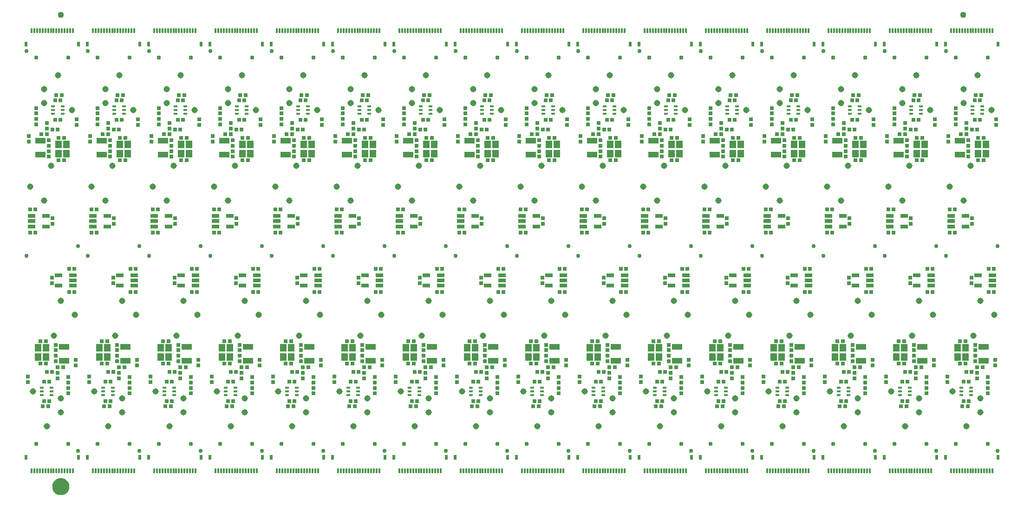
<source format=gbs>
G04 EAGLE Gerber RS-274X export*
G75*
%MOMM*%
%FSLAX34Y34*%
%LPD*%
%INSoldermask Bottom*%
%IPPOS*%
%AMOC8*
5,1,8,0,0,1.08239X$1,22.5*%
G01*
%ADD10C,0.762000*%
%ADD11R,0.427000X0.927000*%
%ADD12R,0.527000X0.927000*%
%ADD13R,0.727000X0.727000*%
%ADD14R,1.227000X1.327000*%
%ADD15R,0.787000X0.427000*%
%ADD16R,1.927000X1.127000*%
%ADD17C,0.777000*%
%ADD18C,1.143000*%
%ADD19R,1.327000X0.677000*%
%ADD20C,1.127000*%
%ADD21C,1.270000*%
%ADD22C,1.627000*%


D10*
X100330Y44450D03*
X6350Y400050D03*
D11*
X15840Y7455D03*
X20840Y7455D03*
D12*
X5840Y32455D03*
X100840Y32455D03*
D11*
X25840Y7455D03*
X30840Y7455D03*
X35840Y7455D03*
X40840Y7455D03*
X45840Y7455D03*
X50840Y7455D03*
X55840Y7455D03*
X60840Y7455D03*
X65840Y7455D03*
X70840Y7455D03*
X75840Y7455D03*
X80840Y7455D03*
X85840Y7455D03*
X90840Y7455D03*
D13*
X72945Y196215D03*
X62945Y196215D03*
D14*
X27825Y214980D03*
X27825Y231980D03*
X41825Y231980D03*
X41825Y214980D03*
D13*
X31830Y243840D03*
X41830Y243840D03*
X41830Y203200D03*
X31830Y203200D03*
X82233Y168673D03*
X82233Y178673D03*
X95885Y199788D03*
X95885Y209788D03*
X38180Y134620D03*
X48180Y134620D03*
X48180Y170180D03*
X38180Y170180D03*
X8573Y179308D03*
X8573Y169308D03*
X62865Y186293D03*
X62865Y176293D03*
X53260Y188278D03*
X43260Y188278D03*
D15*
X52380Y158900D03*
X33980Y152400D03*
X33980Y145900D03*
X33980Y158900D03*
X52380Y152400D03*
X52380Y145900D03*
D16*
X74930Y208480D03*
X74930Y233480D03*
D13*
X59690Y217725D03*
X59690Y207725D03*
X59690Y227410D03*
X59690Y237410D03*
X46275Y125095D03*
X36275Y125095D03*
X82233Y158670D03*
X82233Y148670D03*
D17*
X24440Y56670D03*
X82240Y56670D03*
D13*
X52705Y359965D03*
X52705Y349965D03*
X93900Y375920D03*
X83900Y375920D03*
X83900Y333375D03*
X93900Y333375D03*
D18*
X68580Y139700D03*
X68580Y114300D03*
X55880Y254000D03*
X17780Y152400D03*
X43180Y88900D03*
X93980Y292100D03*
D19*
X91106Y364465D03*
X91106Y354965D03*
X91106Y345465D03*
X65104Y345465D03*
X65104Y364465D03*
D18*
X68580Y317500D03*
D10*
X212090Y44450D03*
X118110Y400050D03*
D11*
X127600Y7455D03*
X132600Y7455D03*
D12*
X117600Y32455D03*
X212600Y32455D03*
D11*
X137600Y7455D03*
X142600Y7455D03*
X147600Y7455D03*
X152600Y7455D03*
X157600Y7455D03*
X162600Y7455D03*
X167600Y7455D03*
X172600Y7455D03*
X177600Y7455D03*
X182600Y7455D03*
X187600Y7455D03*
X192600Y7455D03*
X197600Y7455D03*
X202600Y7455D03*
D13*
X184705Y196215D03*
X174705Y196215D03*
D14*
X139585Y214980D03*
X139585Y231980D03*
X153585Y231980D03*
X153585Y214980D03*
D13*
X143590Y243840D03*
X153590Y243840D03*
X153590Y203200D03*
X143590Y203200D03*
X193993Y168673D03*
X193993Y178673D03*
X207645Y199788D03*
X207645Y209788D03*
X149940Y134620D03*
X159940Y134620D03*
X159940Y170180D03*
X149940Y170180D03*
X120333Y179308D03*
X120333Y169308D03*
X174625Y186293D03*
X174625Y176293D03*
X165020Y188278D03*
X155020Y188278D03*
D15*
X164140Y158900D03*
X145740Y152400D03*
X145740Y145900D03*
X145740Y158900D03*
X164140Y152400D03*
X164140Y145900D03*
D16*
X186690Y208480D03*
X186690Y233480D03*
D13*
X171450Y217725D03*
X171450Y207725D03*
X171450Y227410D03*
X171450Y237410D03*
X158035Y125095D03*
X148035Y125095D03*
X193993Y158670D03*
X193993Y148670D03*
D17*
X136200Y56670D03*
X194000Y56670D03*
D13*
X164465Y359965D03*
X164465Y349965D03*
X205660Y375920D03*
X195660Y375920D03*
X195660Y333375D03*
X205660Y333375D03*
D18*
X180340Y139700D03*
X180340Y114300D03*
X167640Y254000D03*
X129540Y152400D03*
X154940Y88900D03*
X205740Y292100D03*
D19*
X202866Y364465D03*
X202866Y354965D03*
X202866Y345465D03*
X176864Y345465D03*
X176864Y364465D03*
D18*
X180340Y317500D03*
D10*
X323850Y44450D03*
X229870Y400050D03*
D11*
X239360Y7455D03*
X244360Y7455D03*
D12*
X229360Y32455D03*
X324360Y32455D03*
D11*
X249360Y7455D03*
X254360Y7455D03*
X259360Y7455D03*
X264360Y7455D03*
X269360Y7455D03*
X274360Y7455D03*
X279360Y7455D03*
X284360Y7455D03*
X289360Y7455D03*
X294360Y7455D03*
X299360Y7455D03*
X304360Y7455D03*
X309360Y7455D03*
X314360Y7455D03*
D13*
X296465Y196215D03*
X286465Y196215D03*
D14*
X251345Y214980D03*
X251345Y231980D03*
X265345Y231980D03*
X265345Y214980D03*
D13*
X255350Y243840D03*
X265350Y243840D03*
X265350Y203200D03*
X255350Y203200D03*
X305753Y168673D03*
X305753Y178673D03*
X319405Y199788D03*
X319405Y209788D03*
X261700Y134620D03*
X271700Y134620D03*
X271700Y170180D03*
X261700Y170180D03*
X232093Y179308D03*
X232093Y169308D03*
X286385Y186293D03*
X286385Y176293D03*
X276780Y188278D03*
X266780Y188278D03*
D15*
X275900Y158900D03*
X257500Y152400D03*
X257500Y145900D03*
X257500Y158900D03*
X275900Y152400D03*
X275900Y145900D03*
D16*
X298450Y208480D03*
X298450Y233480D03*
D13*
X283210Y217725D03*
X283210Y207725D03*
X283210Y227410D03*
X283210Y237410D03*
X269795Y125095D03*
X259795Y125095D03*
X305753Y158670D03*
X305753Y148670D03*
D17*
X247960Y56670D03*
X305760Y56670D03*
D13*
X276225Y359965D03*
X276225Y349965D03*
X317420Y375920D03*
X307420Y375920D03*
X307420Y333375D03*
X317420Y333375D03*
D18*
X292100Y139700D03*
X292100Y114300D03*
X279400Y254000D03*
X241300Y152400D03*
X266700Y88900D03*
X317500Y292100D03*
D19*
X314626Y364465D03*
X314626Y354965D03*
X314626Y345465D03*
X288624Y345465D03*
X288624Y364465D03*
D18*
X292100Y317500D03*
D10*
X435610Y44450D03*
X341630Y400050D03*
D11*
X351120Y7455D03*
X356120Y7455D03*
D12*
X341120Y32455D03*
X436120Y32455D03*
D11*
X361120Y7455D03*
X366120Y7455D03*
X371120Y7455D03*
X376120Y7455D03*
X381120Y7455D03*
X386120Y7455D03*
X391120Y7455D03*
X396120Y7455D03*
X401120Y7455D03*
X406120Y7455D03*
X411120Y7455D03*
X416120Y7455D03*
X421120Y7455D03*
X426120Y7455D03*
D13*
X408225Y196215D03*
X398225Y196215D03*
D14*
X363105Y214980D03*
X363105Y231980D03*
X377105Y231980D03*
X377105Y214980D03*
D13*
X367110Y243840D03*
X377110Y243840D03*
X377110Y203200D03*
X367110Y203200D03*
X417513Y168673D03*
X417513Y178673D03*
X431165Y199788D03*
X431165Y209788D03*
X373460Y134620D03*
X383460Y134620D03*
X383460Y170180D03*
X373460Y170180D03*
X343853Y179308D03*
X343853Y169308D03*
X398145Y186293D03*
X398145Y176293D03*
X388540Y188278D03*
X378540Y188278D03*
D15*
X387660Y158900D03*
X369260Y152400D03*
X369260Y145900D03*
X369260Y158900D03*
X387660Y152400D03*
X387660Y145900D03*
D16*
X410210Y208480D03*
X410210Y233480D03*
D13*
X394970Y217725D03*
X394970Y207725D03*
X394970Y227410D03*
X394970Y237410D03*
X381555Y125095D03*
X371555Y125095D03*
X417513Y158670D03*
X417513Y148670D03*
D17*
X359720Y56670D03*
X417520Y56670D03*
D13*
X387985Y359965D03*
X387985Y349965D03*
X429180Y375920D03*
X419180Y375920D03*
X419180Y333375D03*
X429180Y333375D03*
D18*
X403860Y139700D03*
X403860Y114300D03*
X391160Y254000D03*
X353060Y152400D03*
X378460Y88900D03*
X429260Y292100D03*
D19*
X426386Y364465D03*
X426386Y354965D03*
X426386Y345465D03*
X400384Y345465D03*
X400384Y364465D03*
D18*
X403860Y317500D03*
D10*
X547370Y44450D03*
X453390Y400050D03*
D11*
X462880Y7455D03*
X467880Y7455D03*
D12*
X452880Y32455D03*
X547880Y32455D03*
D11*
X472880Y7455D03*
X477880Y7455D03*
X482880Y7455D03*
X487880Y7455D03*
X492880Y7455D03*
X497880Y7455D03*
X502880Y7455D03*
X507880Y7455D03*
X512880Y7455D03*
X517880Y7455D03*
X522880Y7455D03*
X527880Y7455D03*
X532880Y7455D03*
X537880Y7455D03*
D13*
X519985Y196215D03*
X509985Y196215D03*
D14*
X474865Y214980D03*
X474865Y231980D03*
X488865Y231980D03*
X488865Y214980D03*
D13*
X478870Y243840D03*
X488870Y243840D03*
X488870Y203200D03*
X478870Y203200D03*
X529273Y168673D03*
X529273Y178673D03*
X542925Y199788D03*
X542925Y209788D03*
X485220Y134620D03*
X495220Y134620D03*
X495220Y170180D03*
X485220Y170180D03*
X455613Y179308D03*
X455613Y169308D03*
X509905Y186293D03*
X509905Y176293D03*
X500300Y188278D03*
X490300Y188278D03*
D15*
X499420Y158900D03*
X481020Y152400D03*
X481020Y145900D03*
X481020Y158900D03*
X499420Y152400D03*
X499420Y145900D03*
D16*
X521970Y208480D03*
X521970Y233480D03*
D13*
X506730Y217725D03*
X506730Y207725D03*
X506730Y227410D03*
X506730Y237410D03*
X493315Y125095D03*
X483315Y125095D03*
X529273Y158670D03*
X529273Y148670D03*
D17*
X471480Y56670D03*
X529280Y56670D03*
D13*
X499745Y359965D03*
X499745Y349965D03*
X540940Y375920D03*
X530940Y375920D03*
X530940Y333375D03*
X540940Y333375D03*
D18*
X515620Y139700D03*
X515620Y114300D03*
X502920Y254000D03*
X464820Y152400D03*
X490220Y88900D03*
X541020Y292100D03*
D19*
X538146Y364465D03*
X538146Y354965D03*
X538146Y345465D03*
X512144Y345465D03*
X512144Y364465D03*
D18*
X515620Y317500D03*
D10*
X659130Y44450D03*
X565150Y400050D03*
D11*
X574640Y7455D03*
X579640Y7455D03*
D12*
X564640Y32455D03*
X659640Y32455D03*
D11*
X584640Y7455D03*
X589640Y7455D03*
X594640Y7455D03*
X599640Y7455D03*
X604640Y7455D03*
X609640Y7455D03*
X614640Y7455D03*
X619640Y7455D03*
X624640Y7455D03*
X629640Y7455D03*
X634640Y7455D03*
X639640Y7455D03*
X644640Y7455D03*
X649640Y7455D03*
D13*
X631745Y196215D03*
X621745Y196215D03*
D14*
X586625Y214980D03*
X586625Y231980D03*
X600625Y231980D03*
X600625Y214980D03*
D13*
X590630Y243840D03*
X600630Y243840D03*
X600630Y203200D03*
X590630Y203200D03*
X641033Y168673D03*
X641033Y178673D03*
X654685Y199788D03*
X654685Y209788D03*
X596980Y134620D03*
X606980Y134620D03*
X606980Y170180D03*
X596980Y170180D03*
X567373Y179308D03*
X567373Y169308D03*
X621665Y186293D03*
X621665Y176293D03*
X612060Y188278D03*
X602060Y188278D03*
D15*
X611180Y158900D03*
X592780Y152400D03*
X592780Y145900D03*
X592780Y158900D03*
X611180Y152400D03*
X611180Y145900D03*
D16*
X633730Y208480D03*
X633730Y233480D03*
D13*
X618490Y217725D03*
X618490Y207725D03*
X618490Y227410D03*
X618490Y237410D03*
X605075Y125095D03*
X595075Y125095D03*
X641033Y158670D03*
X641033Y148670D03*
D17*
X583240Y56670D03*
X641040Y56670D03*
D13*
X611505Y359965D03*
X611505Y349965D03*
X652700Y375920D03*
X642700Y375920D03*
X642700Y333375D03*
X652700Y333375D03*
D18*
X627380Y139700D03*
X627380Y114300D03*
X614680Y254000D03*
X576580Y152400D03*
X601980Y88900D03*
X652780Y292100D03*
D19*
X649906Y364465D03*
X649906Y354965D03*
X649906Y345465D03*
X623904Y345465D03*
X623904Y364465D03*
D18*
X627380Y317500D03*
D10*
X770890Y44450D03*
X676910Y400050D03*
D11*
X686400Y7455D03*
X691400Y7455D03*
D12*
X676400Y32455D03*
X771400Y32455D03*
D11*
X696400Y7455D03*
X701400Y7455D03*
X706400Y7455D03*
X711400Y7455D03*
X716400Y7455D03*
X721400Y7455D03*
X726400Y7455D03*
X731400Y7455D03*
X736400Y7455D03*
X741400Y7455D03*
X746400Y7455D03*
X751400Y7455D03*
X756400Y7455D03*
X761400Y7455D03*
D13*
X743505Y196215D03*
X733505Y196215D03*
D14*
X698385Y214980D03*
X698385Y231980D03*
X712385Y231980D03*
X712385Y214980D03*
D13*
X702390Y243840D03*
X712390Y243840D03*
X712390Y203200D03*
X702390Y203200D03*
X752793Y168673D03*
X752793Y178673D03*
X766445Y199788D03*
X766445Y209788D03*
X708740Y134620D03*
X718740Y134620D03*
X718740Y170180D03*
X708740Y170180D03*
X679133Y179308D03*
X679133Y169308D03*
X733425Y186293D03*
X733425Y176293D03*
X723820Y188278D03*
X713820Y188278D03*
D15*
X722940Y158900D03*
X704540Y152400D03*
X704540Y145900D03*
X704540Y158900D03*
X722940Y152400D03*
X722940Y145900D03*
D16*
X745490Y208480D03*
X745490Y233480D03*
D13*
X730250Y217725D03*
X730250Y207725D03*
X730250Y227410D03*
X730250Y237410D03*
X716835Y125095D03*
X706835Y125095D03*
X752793Y158670D03*
X752793Y148670D03*
D17*
X695000Y56670D03*
X752800Y56670D03*
D13*
X723265Y359965D03*
X723265Y349965D03*
X764460Y375920D03*
X754460Y375920D03*
X754460Y333375D03*
X764460Y333375D03*
D18*
X739140Y139700D03*
X739140Y114300D03*
X726440Y254000D03*
X688340Y152400D03*
X713740Y88900D03*
X764540Y292100D03*
D19*
X761666Y364465D03*
X761666Y354965D03*
X761666Y345465D03*
X735664Y345465D03*
X735664Y364465D03*
D18*
X739140Y317500D03*
D10*
X882650Y44450D03*
X788670Y400050D03*
D11*
X798160Y7455D03*
X803160Y7455D03*
D12*
X788160Y32455D03*
X883160Y32455D03*
D11*
X808160Y7455D03*
X813160Y7455D03*
X818160Y7455D03*
X823160Y7455D03*
X828160Y7455D03*
X833160Y7455D03*
X838160Y7455D03*
X843160Y7455D03*
X848160Y7455D03*
X853160Y7455D03*
X858160Y7455D03*
X863160Y7455D03*
X868160Y7455D03*
X873160Y7455D03*
D13*
X855265Y196215D03*
X845265Y196215D03*
D14*
X810145Y214980D03*
X810145Y231980D03*
X824145Y231980D03*
X824145Y214980D03*
D13*
X814150Y243840D03*
X824150Y243840D03*
X824150Y203200D03*
X814150Y203200D03*
X864553Y168673D03*
X864553Y178673D03*
X878205Y199788D03*
X878205Y209788D03*
X820500Y134620D03*
X830500Y134620D03*
X830500Y170180D03*
X820500Y170180D03*
X790893Y179308D03*
X790893Y169308D03*
X845185Y186293D03*
X845185Y176293D03*
X835580Y188278D03*
X825580Y188278D03*
D15*
X834700Y158900D03*
X816300Y152400D03*
X816300Y145900D03*
X816300Y158900D03*
X834700Y152400D03*
X834700Y145900D03*
D16*
X857250Y208480D03*
X857250Y233480D03*
D13*
X842010Y217725D03*
X842010Y207725D03*
X842010Y227410D03*
X842010Y237410D03*
X828595Y125095D03*
X818595Y125095D03*
X864553Y158670D03*
X864553Y148670D03*
D17*
X806760Y56670D03*
X864560Y56670D03*
D13*
X835025Y359965D03*
X835025Y349965D03*
X876220Y375920D03*
X866220Y375920D03*
X866220Y333375D03*
X876220Y333375D03*
D18*
X850900Y139700D03*
X850900Y114300D03*
X838200Y254000D03*
X800100Y152400D03*
X825500Y88900D03*
X876300Y292100D03*
D19*
X873426Y364465D03*
X873426Y354965D03*
X873426Y345465D03*
X847424Y345465D03*
X847424Y364465D03*
D18*
X850900Y317500D03*
D10*
X994410Y44450D03*
X900430Y400050D03*
D11*
X909920Y7455D03*
X914920Y7455D03*
D12*
X899920Y32455D03*
X994920Y32455D03*
D11*
X919920Y7455D03*
X924920Y7455D03*
X929920Y7455D03*
X934920Y7455D03*
X939920Y7455D03*
X944920Y7455D03*
X949920Y7455D03*
X954920Y7455D03*
X959920Y7455D03*
X964920Y7455D03*
X969920Y7455D03*
X974920Y7455D03*
X979920Y7455D03*
X984920Y7455D03*
D13*
X967025Y196215D03*
X957025Y196215D03*
D14*
X921905Y214980D03*
X921905Y231980D03*
X935905Y231980D03*
X935905Y214980D03*
D13*
X925910Y243840D03*
X935910Y243840D03*
X935910Y203200D03*
X925910Y203200D03*
X976313Y168673D03*
X976313Y178673D03*
X989965Y199788D03*
X989965Y209788D03*
X932260Y134620D03*
X942260Y134620D03*
X942260Y170180D03*
X932260Y170180D03*
X902653Y179308D03*
X902653Y169308D03*
X956945Y186293D03*
X956945Y176293D03*
X947340Y188278D03*
X937340Y188278D03*
D15*
X946460Y158900D03*
X928060Y152400D03*
X928060Y145900D03*
X928060Y158900D03*
X946460Y152400D03*
X946460Y145900D03*
D16*
X969010Y208480D03*
X969010Y233480D03*
D13*
X953770Y217725D03*
X953770Y207725D03*
X953770Y227410D03*
X953770Y237410D03*
X940355Y125095D03*
X930355Y125095D03*
X976313Y158670D03*
X976313Y148670D03*
D17*
X918520Y56670D03*
X976320Y56670D03*
D13*
X946785Y359965D03*
X946785Y349965D03*
X987980Y375920D03*
X977980Y375920D03*
X977980Y333375D03*
X987980Y333375D03*
D18*
X962660Y139700D03*
X962660Y114300D03*
X949960Y254000D03*
X911860Y152400D03*
X937260Y88900D03*
X988060Y292100D03*
D19*
X985186Y364465D03*
X985186Y354965D03*
X985186Y345465D03*
X959184Y345465D03*
X959184Y364465D03*
D18*
X962660Y317500D03*
D10*
X1106170Y44450D03*
X1012190Y400050D03*
D11*
X1021680Y7455D03*
X1026680Y7455D03*
D12*
X1011680Y32455D03*
X1106680Y32455D03*
D11*
X1031680Y7455D03*
X1036680Y7455D03*
X1041680Y7455D03*
X1046680Y7455D03*
X1051680Y7455D03*
X1056680Y7455D03*
X1061680Y7455D03*
X1066680Y7455D03*
X1071680Y7455D03*
X1076680Y7455D03*
X1081680Y7455D03*
X1086680Y7455D03*
X1091680Y7455D03*
X1096680Y7455D03*
D13*
X1078785Y196215D03*
X1068785Y196215D03*
D14*
X1033665Y214980D03*
X1033665Y231980D03*
X1047665Y231980D03*
X1047665Y214980D03*
D13*
X1037670Y243840D03*
X1047670Y243840D03*
X1047670Y203200D03*
X1037670Y203200D03*
X1088073Y168673D03*
X1088073Y178673D03*
X1101725Y199788D03*
X1101725Y209788D03*
X1044020Y134620D03*
X1054020Y134620D03*
X1054020Y170180D03*
X1044020Y170180D03*
X1014413Y179308D03*
X1014413Y169308D03*
X1068705Y186293D03*
X1068705Y176293D03*
X1059100Y188278D03*
X1049100Y188278D03*
D15*
X1058220Y158900D03*
X1039820Y152400D03*
X1039820Y145900D03*
X1039820Y158900D03*
X1058220Y152400D03*
X1058220Y145900D03*
D16*
X1080770Y208480D03*
X1080770Y233480D03*
D13*
X1065530Y217725D03*
X1065530Y207725D03*
X1065530Y227410D03*
X1065530Y237410D03*
X1052115Y125095D03*
X1042115Y125095D03*
X1088073Y158670D03*
X1088073Y148670D03*
D17*
X1030280Y56670D03*
X1088080Y56670D03*
D13*
X1058545Y359965D03*
X1058545Y349965D03*
X1099740Y375920D03*
X1089740Y375920D03*
X1089740Y333375D03*
X1099740Y333375D03*
D18*
X1074420Y139700D03*
X1074420Y114300D03*
X1061720Y254000D03*
X1023620Y152400D03*
X1049020Y88900D03*
X1099820Y292100D03*
D19*
X1096946Y364465D03*
X1096946Y354965D03*
X1096946Y345465D03*
X1070944Y345465D03*
X1070944Y364465D03*
D18*
X1074420Y317500D03*
D10*
X1217930Y44450D03*
X1123950Y400050D03*
D11*
X1133440Y7455D03*
X1138440Y7455D03*
D12*
X1123440Y32455D03*
X1218440Y32455D03*
D11*
X1143440Y7455D03*
X1148440Y7455D03*
X1153440Y7455D03*
X1158440Y7455D03*
X1163440Y7455D03*
X1168440Y7455D03*
X1173440Y7455D03*
X1178440Y7455D03*
X1183440Y7455D03*
X1188440Y7455D03*
X1193440Y7455D03*
X1198440Y7455D03*
X1203440Y7455D03*
X1208440Y7455D03*
D13*
X1190545Y196215D03*
X1180545Y196215D03*
D14*
X1145425Y214980D03*
X1145425Y231980D03*
X1159425Y231980D03*
X1159425Y214980D03*
D13*
X1149430Y243840D03*
X1159430Y243840D03*
X1159430Y203200D03*
X1149430Y203200D03*
X1199833Y168673D03*
X1199833Y178673D03*
X1213485Y199788D03*
X1213485Y209788D03*
X1155780Y134620D03*
X1165780Y134620D03*
X1165780Y170180D03*
X1155780Y170180D03*
X1126173Y179308D03*
X1126173Y169308D03*
X1180465Y186293D03*
X1180465Y176293D03*
X1170860Y188278D03*
X1160860Y188278D03*
D15*
X1169980Y158900D03*
X1151580Y152400D03*
X1151580Y145900D03*
X1151580Y158900D03*
X1169980Y152400D03*
X1169980Y145900D03*
D16*
X1192530Y208480D03*
X1192530Y233480D03*
D13*
X1177290Y217725D03*
X1177290Y207725D03*
X1177290Y227410D03*
X1177290Y237410D03*
X1163875Y125095D03*
X1153875Y125095D03*
X1199833Y158670D03*
X1199833Y148670D03*
D17*
X1142040Y56670D03*
X1199840Y56670D03*
D13*
X1170305Y359965D03*
X1170305Y349965D03*
X1211500Y375920D03*
X1201500Y375920D03*
X1201500Y333375D03*
X1211500Y333375D03*
D18*
X1186180Y139700D03*
X1186180Y114300D03*
X1173480Y254000D03*
X1135380Y152400D03*
X1160780Y88900D03*
X1211580Y292100D03*
D19*
X1208706Y364465D03*
X1208706Y354965D03*
X1208706Y345465D03*
X1182704Y345465D03*
X1182704Y364465D03*
D18*
X1186180Y317500D03*
D10*
X1329690Y44450D03*
X1235710Y400050D03*
D11*
X1245200Y7455D03*
X1250200Y7455D03*
D12*
X1235200Y32455D03*
X1330200Y32455D03*
D11*
X1255200Y7455D03*
X1260200Y7455D03*
X1265200Y7455D03*
X1270200Y7455D03*
X1275200Y7455D03*
X1280200Y7455D03*
X1285200Y7455D03*
X1290200Y7455D03*
X1295200Y7455D03*
X1300200Y7455D03*
X1305200Y7455D03*
X1310200Y7455D03*
X1315200Y7455D03*
X1320200Y7455D03*
D13*
X1302305Y196215D03*
X1292305Y196215D03*
D14*
X1257185Y214980D03*
X1257185Y231980D03*
X1271185Y231980D03*
X1271185Y214980D03*
D13*
X1261190Y243840D03*
X1271190Y243840D03*
X1271190Y203200D03*
X1261190Y203200D03*
X1311593Y168673D03*
X1311593Y178673D03*
X1325245Y199788D03*
X1325245Y209788D03*
X1267540Y134620D03*
X1277540Y134620D03*
X1277540Y170180D03*
X1267540Y170180D03*
X1237933Y179308D03*
X1237933Y169308D03*
X1292225Y186293D03*
X1292225Y176293D03*
X1282620Y188278D03*
X1272620Y188278D03*
D15*
X1281740Y158900D03*
X1263340Y152400D03*
X1263340Y145900D03*
X1263340Y158900D03*
X1281740Y152400D03*
X1281740Y145900D03*
D16*
X1304290Y208480D03*
X1304290Y233480D03*
D13*
X1289050Y217725D03*
X1289050Y207725D03*
X1289050Y227410D03*
X1289050Y237410D03*
X1275635Y125095D03*
X1265635Y125095D03*
X1311593Y158670D03*
X1311593Y148670D03*
D17*
X1253800Y56670D03*
X1311600Y56670D03*
D13*
X1282065Y359965D03*
X1282065Y349965D03*
X1323260Y375920D03*
X1313260Y375920D03*
X1313260Y333375D03*
X1323260Y333375D03*
D18*
X1297940Y139700D03*
X1297940Y114300D03*
X1285240Y254000D03*
X1247140Y152400D03*
X1272540Y88900D03*
X1323340Y292100D03*
D19*
X1320466Y364465D03*
X1320466Y354965D03*
X1320466Y345465D03*
X1294464Y345465D03*
X1294464Y364465D03*
D18*
X1297940Y317500D03*
D10*
X1441450Y44450D03*
X1347470Y400050D03*
D11*
X1356960Y7455D03*
X1361960Y7455D03*
D12*
X1346960Y32455D03*
X1441960Y32455D03*
D11*
X1366960Y7455D03*
X1371960Y7455D03*
X1376960Y7455D03*
X1381960Y7455D03*
X1386960Y7455D03*
X1391960Y7455D03*
X1396960Y7455D03*
X1401960Y7455D03*
X1406960Y7455D03*
X1411960Y7455D03*
X1416960Y7455D03*
X1421960Y7455D03*
X1426960Y7455D03*
X1431960Y7455D03*
D13*
X1414065Y196215D03*
X1404065Y196215D03*
D14*
X1368945Y214980D03*
X1368945Y231980D03*
X1382945Y231980D03*
X1382945Y214980D03*
D13*
X1372950Y243840D03*
X1382950Y243840D03*
X1382950Y203200D03*
X1372950Y203200D03*
X1423353Y168673D03*
X1423353Y178673D03*
X1437005Y199788D03*
X1437005Y209788D03*
X1379300Y134620D03*
X1389300Y134620D03*
X1389300Y170180D03*
X1379300Y170180D03*
X1349693Y179308D03*
X1349693Y169308D03*
X1403985Y186293D03*
X1403985Y176293D03*
X1394380Y188278D03*
X1384380Y188278D03*
D15*
X1393500Y158900D03*
X1375100Y152400D03*
X1375100Y145900D03*
X1375100Y158900D03*
X1393500Y152400D03*
X1393500Y145900D03*
D16*
X1416050Y208480D03*
X1416050Y233480D03*
D13*
X1400810Y217725D03*
X1400810Y207725D03*
X1400810Y227410D03*
X1400810Y237410D03*
X1387395Y125095D03*
X1377395Y125095D03*
X1423353Y158670D03*
X1423353Y148670D03*
D17*
X1365560Y56670D03*
X1423360Y56670D03*
D13*
X1393825Y359965D03*
X1393825Y349965D03*
X1435020Y375920D03*
X1425020Y375920D03*
X1425020Y333375D03*
X1435020Y333375D03*
D18*
X1409700Y139700D03*
X1409700Y114300D03*
X1397000Y254000D03*
X1358900Y152400D03*
X1384300Y88900D03*
X1435100Y292100D03*
D19*
X1432226Y364465D03*
X1432226Y354965D03*
X1432226Y345465D03*
X1406224Y345465D03*
X1406224Y364465D03*
D18*
X1409700Y317500D03*
D10*
X1553210Y44450D03*
X1459230Y400050D03*
D11*
X1468720Y7455D03*
X1473720Y7455D03*
D12*
X1458720Y32455D03*
X1553720Y32455D03*
D11*
X1478720Y7455D03*
X1483720Y7455D03*
X1488720Y7455D03*
X1493720Y7455D03*
X1498720Y7455D03*
X1503720Y7455D03*
X1508720Y7455D03*
X1513720Y7455D03*
X1518720Y7455D03*
X1523720Y7455D03*
X1528720Y7455D03*
X1533720Y7455D03*
X1538720Y7455D03*
X1543720Y7455D03*
D13*
X1525825Y196215D03*
X1515825Y196215D03*
D14*
X1480705Y214980D03*
X1480705Y231980D03*
X1494705Y231980D03*
X1494705Y214980D03*
D13*
X1484710Y243840D03*
X1494710Y243840D03*
X1494710Y203200D03*
X1484710Y203200D03*
X1535113Y168673D03*
X1535113Y178673D03*
X1548765Y199788D03*
X1548765Y209788D03*
X1491060Y134620D03*
X1501060Y134620D03*
X1501060Y170180D03*
X1491060Y170180D03*
X1461453Y179308D03*
X1461453Y169308D03*
X1515745Y186293D03*
X1515745Y176293D03*
X1506140Y188278D03*
X1496140Y188278D03*
D15*
X1505260Y158900D03*
X1486860Y152400D03*
X1486860Y145900D03*
X1486860Y158900D03*
X1505260Y152400D03*
X1505260Y145900D03*
D16*
X1527810Y208480D03*
X1527810Y233480D03*
D13*
X1512570Y217725D03*
X1512570Y207725D03*
X1512570Y227410D03*
X1512570Y237410D03*
X1499155Y125095D03*
X1489155Y125095D03*
X1535113Y158670D03*
X1535113Y148670D03*
D17*
X1477320Y56670D03*
X1535120Y56670D03*
D13*
X1505585Y359965D03*
X1505585Y349965D03*
X1546780Y375920D03*
X1536780Y375920D03*
X1536780Y333375D03*
X1546780Y333375D03*
D18*
X1521460Y139700D03*
X1521460Y114300D03*
X1508760Y254000D03*
X1470660Y152400D03*
X1496060Y88900D03*
X1546860Y292100D03*
D19*
X1543986Y364465D03*
X1543986Y354965D03*
X1543986Y345465D03*
X1517984Y345465D03*
X1517984Y364465D03*
D18*
X1521460Y317500D03*
D10*
X1664970Y44450D03*
X1570990Y400050D03*
D11*
X1580480Y7455D03*
X1585480Y7455D03*
D12*
X1570480Y32455D03*
X1665480Y32455D03*
D11*
X1590480Y7455D03*
X1595480Y7455D03*
X1600480Y7455D03*
X1605480Y7455D03*
X1610480Y7455D03*
X1615480Y7455D03*
X1620480Y7455D03*
X1625480Y7455D03*
X1630480Y7455D03*
X1635480Y7455D03*
X1640480Y7455D03*
X1645480Y7455D03*
X1650480Y7455D03*
X1655480Y7455D03*
D13*
X1637585Y196215D03*
X1627585Y196215D03*
D14*
X1592465Y214980D03*
X1592465Y231980D03*
X1606465Y231980D03*
X1606465Y214980D03*
D13*
X1596470Y243840D03*
X1606470Y243840D03*
X1606470Y203200D03*
X1596470Y203200D03*
X1646873Y168673D03*
X1646873Y178673D03*
X1660525Y199788D03*
X1660525Y209788D03*
X1602820Y134620D03*
X1612820Y134620D03*
X1612820Y170180D03*
X1602820Y170180D03*
X1573213Y179308D03*
X1573213Y169308D03*
X1627505Y186293D03*
X1627505Y176293D03*
X1617900Y188278D03*
X1607900Y188278D03*
D15*
X1617020Y158900D03*
X1598620Y152400D03*
X1598620Y145900D03*
X1598620Y158900D03*
X1617020Y152400D03*
X1617020Y145900D03*
D16*
X1639570Y208480D03*
X1639570Y233480D03*
D13*
X1624330Y217725D03*
X1624330Y207725D03*
X1624330Y227410D03*
X1624330Y237410D03*
X1610915Y125095D03*
X1600915Y125095D03*
X1646873Y158670D03*
X1646873Y148670D03*
D17*
X1589080Y56670D03*
X1646880Y56670D03*
D13*
X1617345Y359965D03*
X1617345Y349965D03*
X1658540Y375920D03*
X1648540Y375920D03*
X1648540Y333375D03*
X1658540Y333375D03*
D18*
X1633220Y139700D03*
X1633220Y114300D03*
X1620520Y254000D03*
X1582420Y152400D03*
X1607820Y88900D03*
X1658620Y292100D03*
D19*
X1655746Y364465D03*
X1655746Y354965D03*
X1655746Y345465D03*
X1629744Y345465D03*
X1629744Y364465D03*
D18*
X1633220Y317500D03*
D10*
X1776730Y44450D03*
X1682750Y400050D03*
D11*
X1692240Y7455D03*
X1697240Y7455D03*
D12*
X1682240Y32455D03*
X1777240Y32455D03*
D11*
X1702240Y7455D03*
X1707240Y7455D03*
X1712240Y7455D03*
X1717240Y7455D03*
X1722240Y7455D03*
X1727240Y7455D03*
X1732240Y7455D03*
X1737240Y7455D03*
X1742240Y7455D03*
X1747240Y7455D03*
X1752240Y7455D03*
X1757240Y7455D03*
X1762240Y7455D03*
X1767240Y7455D03*
D13*
X1749345Y196215D03*
X1739345Y196215D03*
D14*
X1704225Y214980D03*
X1704225Y231980D03*
X1718225Y231980D03*
X1718225Y214980D03*
D13*
X1708230Y243840D03*
X1718230Y243840D03*
X1718230Y203200D03*
X1708230Y203200D03*
X1758633Y168673D03*
X1758633Y178673D03*
X1772285Y199788D03*
X1772285Y209788D03*
X1714580Y134620D03*
X1724580Y134620D03*
X1724580Y170180D03*
X1714580Y170180D03*
X1684973Y179308D03*
X1684973Y169308D03*
X1739265Y186293D03*
X1739265Y176293D03*
X1729660Y188278D03*
X1719660Y188278D03*
D15*
X1728780Y158900D03*
X1710380Y152400D03*
X1710380Y145900D03*
X1710380Y158900D03*
X1728780Y152400D03*
X1728780Y145900D03*
D16*
X1751330Y208480D03*
X1751330Y233480D03*
D13*
X1736090Y217725D03*
X1736090Y207725D03*
X1736090Y227410D03*
X1736090Y237410D03*
X1722675Y125095D03*
X1712675Y125095D03*
X1758633Y158670D03*
X1758633Y148670D03*
D17*
X1700840Y56670D03*
X1758640Y56670D03*
D13*
X1729105Y359965D03*
X1729105Y349965D03*
X1770300Y375920D03*
X1760300Y375920D03*
X1760300Y333375D03*
X1770300Y333375D03*
D18*
X1744980Y139700D03*
X1744980Y114300D03*
X1732280Y254000D03*
X1694180Y152400D03*
X1719580Y88900D03*
X1770380Y292100D03*
D19*
X1767506Y364465D03*
X1767506Y354965D03*
X1767506Y345465D03*
X1741504Y345465D03*
X1741504Y364465D03*
D18*
X1744980Y317500D03*
D10*
X6350Y773430D03*
X100330Y417830D03*
D11*
X90840Y810425D03*
X85840Y810425D03*
D12*
X100840Y785425D03*
X5840Y785425D03*
D11*
X80840Y810425D03*
X75840Y810425D03*
X70840Y810425D03*
X65840Y810425D03*
X60840Y810425D03*
X55840Y810425D03*
X50840Y810425D03*
X45840Y810425D03*
X40840Y810425D03*
X35840Y810425D03*
X30840Y810425D03*
X25840Y810425D03*
X20840Y810425D03*
X15840Y810425D03*
D13*
X33735Y621665D03*
X43735Y621665D03*
D14*
X78855Y602900D03*
X78855Y585900D03*
X64855Y585900D03*
X64855Y602900D03*
D13*
X74850Y574040D03*
X64850Y574040D03*
X64850Y614680D03*
X74850Y614680D03*
X24448Y649208D03*
X24448Y639208D03*
X10795Y618093D03*
X10795Y608093D03*
X68500Y683260D03*
X58500Y683260D03*
X58500Y647700D03*
X68500Y647700D03*
X98108Y638573D03*
X98108Y648573D03*
X43815Y631588D03*
X43815Y641588D03*
X53420Y629603D03*
X63420Y629603D03*
D15*
X54300Y658980D03*
X72700Y665480D03*
X72700Y671980D03*
X72700Y658980D03*
X54300Y665480D03*
X54300Y671980D03*
D16*
X31750Y609400D03*
X31750Y584400D03*
D13*
X46990Y600155D03*
X46990Y610155D03*
X46990Y590470D03*
X46990Y580470D03*
X60405Y692785D03*
X70405Y692785D03*
X24448Y659210D03*
X24448Y669210D03*
D17*
X82240Y761210D03*
X24440Y761210D03*
D13*
X53975Y457915D03*
X53975Y467915D03*
X12780Y441960D03*
X22780Y441960D03*
X22780Y484505D03*
X12780Y484505D03*
D18*
X38100Y678180D03*
X38100Y703580D03*
X50800Y563880D03*
X88900Y665480D03*
X63500Y728980D03*
X12700Y525780D03*
D19*
X15574Y453415D03*
X15574Y462915D03*
X15574Y472415D03*
X41576Y472415D03*
X41576Y453415D03*
D18*
X38100Y500380D03*
D10*
X118110Y773430D03*
X212090Y417830D03*
D11*
X202600Y810425D03*
X197600Y810425D03*
D12*
X212600Y785425D03*
X117600Y785425D03*
D11*
X192600Y810425D03*
X187600Y810425D03*
X182600Y810425D03*
X177600Y810425D03*
X172600Y810425D03*
X167600Y810425D03*
X162600Y810425D03*
X157600Y810425D03*
X152600Y810425D03*
X147600Y810425D03*
X142600Y810425D03*
X137600Y810425D03*
X132600Y810425D03*
X127600Y810425D03*
D13*
X145495Y621665D03*
X155495Y621665D03*
D14*
X190615Y602900D03*
X190615Y585900D03*
X176615Y585900D03*
X176615Y602900D03*
D13*
X186610Y574040D03*
X176610Y574040D03*
X176610Y614680D03*
X186610Y614680D03*
X136208Y649208D03*
X136208Y639208D03*
X122555Y618093D03*
X122555Y608093D03*
X180260Y683260D03*
X170260Y683260D03*
X170260Y647700D03*
X180260Y647700D03*
X209868Y638573D03*
X209868Y648573D03*
X155575Y631588D03*
X155575Y641588D03*
X165180Y629603D03*
X175180Y629603D03*
D15*
X166060Y658980D03*
X184460Y665480D03*
X184460Y671980D03*
X184460Y658980D03*
X166060Y665480D03*
X166060Y671980D03*
D16*
X143510Y609400D03*
X143510Y584400D03*
D13*
X158750Y600155D03*
X158750Y610155D03*
X158750Y590470D03*
X158750Y580470D03*
X172165Y692785D03*
X182165Y692785D03*
X136208Y659210D03*
X136208Y669210D03*
D17*
X194000Y761210D03*
X136200Y761210D03*
D13*
X165735Y457915D03*
X165735Y467915D03*
X124540Y441960D03*
X134540Y441960D03*
X134540Y484505D03*
X124540Y484505D03*
D18*
X149860Y678180D03*
X149860Y703580D03*
X162560Y563880D03*
X200660Y665480D03*
X175260Y728980D03*
X124460Y525780D03*
D19*
X127334Y453415D03*
X127334Y462915D03*
X127334Y472415D03*
X153336Y472415D03*
X153336Y453415D03*
D18*
X149860Y500380D03*
D10*
X229870Y773430D03*
X323850Y417830D03*
D11*
X314360Y810425D03*
X309360Y810425D03*
D12*
X324360Y785425D03*
X229360Y785425D03*
D11*
X304360Y810425D03*
X299360Y810425D03*
X294360Y810425D03*
X289360Y810425D03*
X284360Y810425D03*
X279360Y810425D03*
X274360Y810425D03*
X269360Y810425D03*
X264360Y810425D03*
X259360Y810425D03*
X254360Y810425D03*
X249360Y810425D03*
X244360Y810425D03*
X239360Y810425D03*
D13*
X257255Y621665D03*
X267255Y621665D03*
D14*
X302375Y602900D03*
X302375Y585900D03*
X288375Y585900D03*
X288375Y602900D03*
D13*
X298370Y574040D03*
X288370Y574040D03*
X288370Y614680D03*
X298370Y614680D03*
X247968Y649208D03*
X247968Y639208D03*
X234315Y618093D03*
X234315Y608093D03*
X292020Y683260D03*
X282020Y683260D03*
X282020Y647700D03*
X292020Y647700D03*
X321628Y638573D03*
X321628Y648573D03*
X267335Y631588D03*
X267335Y641588D03*
X276940Y629603D03*
X286940Y629603D03*
D15*
X277820Y658980D03*
X296220Y665480D03*
X296220Y671980D03*
X296220Y658980D03*
X277820Y665480D03*
X277820Y671980D03*
D16*
X255270Y609400D03*
X255270Y584400D03*
D13*
X270510Y600155D03*
X270510Y610155D03*
X270510Y590470D03*
X270510Y580470D03*
X283925Y692785D03*
X293925Y692785D03*
X247968Y659210D03*
X247968Y669210D03*
D17*
X305760Y761210D03*
X247960Y761210D03*
D13*
X277495Y457915D03*
X277495Y467915D03*
X236300Y441960D03*
X246300Y441960D03*
X246300Y484505D03*
X236300Y484505D03*
D18*
X261620Y678180D03*
X261620Y703580D03*
X274320Y563880D03*
X312420Y665480D03*
X287020Y728980D03*
X236220Y525780D03*
D19*
X239094Y453415D03*
X239094Y462915D03*
X239094Y472415D03*
X265096Y472415D03*
X265096Y453415D03*
D18*
X261620Y500380D03*
D10*
X341630Y773430D03*
X435610Y417830D03*
D11*
X426120Y810425D03*
X421120Y810425D03*
D12*
X436120Y785425D03*
X341120Y785425D03*
D11*
X416120Y810425D03*
X411120Y810425D03*
X406120Y810425D03*
X401120Y810425D03*
X396120Y810425D03*
X391120Y810425D03*
X386120Y810425D03*
X381120Y810425D03*
X376120Y810425D03*
X371120Y810425D03*
X366120Y810425D03*
X361120Y810425D03*
X356120Y810425D03*
X351120Y810425D03*
D13*
X369015Y621665D03*
X379015Y621665D03*
D14*
X414135Y602900D03*
X414135Y585900D03*
X400135Y585900D03*
X400135Y602900D03*
D13*
X410130Y574040D03*
X400130Y574040D03*
X400130Y614680D03*
X410130Y614680D03*
X359728Y649208D03*
X359728Y639208D03*
X346075Y618093D03*
X346075Y608093D03*
X403780Y683260D03*
X393780Y683260D03*
X393780Y647700D03*
X403780Y647700D03*
X433388Y638573D03*
X433388Y648573D03*
X379095Y631588D03*
X379095Y641588D03*
X388700Y629603D03*
X398700Y629603D03*
D15*
X389580Y658980D03*
X407980Y665480D03*
X407980Y671980D03*
X407980Y658980D03*
X389580Y665480D03*
X389580Y671980D03*
D16*
X367030Y609400D03*
X367030Y584400D03*
D13*
X382270Y600155D03*
X382270Y610155D03*
X382270Y590470D03*
X382270Y580470D03*
X395685Y692785D03*
X405685Y692785D03*
X359728Y659210D03*
X359728Y669210D03*
D17*
X417520Y761210D03*
X359720Y761210D03*
D13*
X389255Y457915D03*
X389255Y467915D03*
X348060Y441960D03*
X358060Y441960D03*
X358060Y484505D03*
X348060Y484505D03*
D18*
X373380Y678180D03*
X373380Y703580D03*
X386080Y563880D03*
X424180Y665480D03*
X398780Y728980D03*
X347980Y525780D03*
D19*
X350854Y453415D03*
X350854Y462915D03*
X350854Y472415D03*
X376856Y472415D03*
X376856Y453415D03*
D18*
X373380Y500380D03*
D10*
X453390Y773430D03*
X547370Y417830D03*
D11*
X537880Y810425D03*
X532880Y810425D03*
D12*
X547880Y785425D03*
X452880Y785425D03*
D11*
X527880Y810425D03*
X522880Y810425D03*
X517880Y810425D03*
X512880Y810425D03*
X507880Y810425D03*
X502880Y810425D03*
X497880Y810425D03*
X492880Y810425D03*
X487880Y810425D03*
X482880Y810425D03*
X477880Y810425D03*
X472880Y810425D03*
X467880Y810425D03*
X462880Y810425D03*
D13*
X480775Y621665D03*
X490775Y621665D03*
D14*
X525895Y602900D03*
X525895Y585900D03*
X511895Y585900D03*
X511895Y602900D03*
D13*
X521890Y574040D03*
X511890Y574040D03*
X511890Y614680D03*
X521890Y614680D03*
X471488Y649208D03*
X471488Y639208D03*
X457835Y618093D03*
X457835Y608093D03*
X515540Y683260D03*
X505540Y683260D03*
X505540Y647700D03*
X515540Y647700D03*
X545148Y638573D03*
X545148Y648573D03*
X490855Y631588D03*
X490855Y641588D03*
X500460Y629603D03*
X510460Y629603D03*
D15*
X501340Y658980D03*
X519740Y665480D03*
X519740Y671980D03*
X519740Y658980D03*
X501340Y665480D03*
X501340Y671980D03*
D16*
X478790Y609400D03*
X478790Y584400D03*
D13*
X494030Y600155D03*
X494030Y610155D03*
X494030Y590470D03*
X494030Y580470D03*
X507445Y692785D03*
X517445Y692785D03*
X471488Y659210D03*
X471488Y669210D03*
D17*
X529280Y761210D03*
X471480Y761210D03*
D13*
X501015Y457915D03*
X501015Y467915D03*
X459820Y441960D03*
X469820Y441960D03*
X469820Y484505D03*
X459820Y484505D03*
D18*
X485140Y678180D03*
X485140Y703580D03*
X497840Y563880D03*
X535940Y665480D03*
X510540Y728980D03*
X459740Y525780D03*
D19*
X462614Y453415D03*
X462614Y462915D03*
X462614Y472415D03*
X488616Y472415D03*
X488616Y453415D03*
D18*
X485140Y500380D03*
D10*
X565150Y773430D03*
X659130Y417830D03*
D11*
X649640Y810425D03*
X644640Y810425D03*
D12*
X659640Y785425D03*
X564640Y785425D03*
D11*
X639640Y810425D03*
X634640Y810425D03*
X629640Y810425D03*
X624640Y810425D03*
X619640Y810425D03*
X614640Y810425D03*
X609640Y810425D03*
X604640Y810425D03*
X599640Y810425D03*
X594640Y810425D03*
X589640Y810425D03*
X584640Y810425D03*
X579640Y810425D03*
X574640Y810425D03*
D13*
X592535Y621665D03*
X602535Y621665D03*
D14*
X637655Y602900D03*
X637655Y585900D03*
X623655Y585900D03*
X623655Y602900D03*
D13*
X633650Y574040D03*
X623650Y574040D03*
X623650Y614680D03*
X633650Y614680D03*
X583248Y649208D03*
X583248Y639208D03*
X569595Y618093D03*
X569595Y608093D03*
X627300Y683260D03*
X617300Y683260D03*
X617300Y647700D03*
X627300Y647700D03*
X656908Y638573D03*
X656908Y648573D03*
X602615Y631588D03*
X602615Y641588D03*
X612220Y629603D03*
X622220Y629603D03*
D15*
X613100Y658980D03*
X631500Y665480D03*
X631500Y671980D03*
X631500Y658980D03*
X613100Y665480D03*
X613100Y671980D03*
D16*
X590550Y609400D03*
X590550Y584400D03*
D13*
X605790Y600155D03*
X605790Y610155D03*
X605790Y590470D03*
X605790Y580470D03*
X619205Y692785D03*
X629205Y692785D03*
X583248Y659210D03*
X583248Y669210D03*
D17*
X641040Y761210D03*
X583240Y761210D03*
D13*
X612775Y457915D03*
X612775Y467915D03*
X571580Y441960D03*
X581580Y441960D03*
X581580Y484505D03*
X571580Y484505D03*
D18*
X596900Y678180D03*
X596900Y703580D03*
X609600Y563880D03*
X647700Y665480D03*
X622300Y728980D03*
X571500Y525780D03*
D19*
X574374Y453415D03*
X574374Y462915D03*
X574374Y472415D03*
X600376Y472415D03*
X600376Y453415D03*
D18*
X596900Y500380D03*
D10*
X676910Y773430D03*
X770890Y417830D03*
D11*
X761400Y810425D03*
X756400Y810425D03*
D12*
X771400Y785425D03*
X676400Y785425D03*
D11*
X751400Y810425D03*
X746400Y810425D03*
X741400Y810425D03*
X736400Y810425D03*
X731400Y810425D03*
X726400Y810425D03*
X721400Y810425D03*
X716400Y810425D03*
X711400Y810425D03*
X706400Y810425D03*
X701400Y810425D03*
X696400Y810425D03*
X691400Y810425D03*
X686400Y810425D03*
D13*
X704295Y621665D03*
X714295Y621665D03*
D14*
X749415Y602900D03*
X749415Y585900D03*
X735415Y585900D03*
X735415Y602900D03*
D13*
X745410Y574040D03*
X735410Y574040D03*
X735410Y614680D03*
X745410Y614680D03*
X695008Y649208D03*
X695008Y639208D03*
X681355Y618093D03*
X681355Y608093D03*
X739060Y683260D03*
X729060Y683260D03*
X729060Y647700D03*
X739060Y647700D03*
X768668Y638573D03*
X768668Y648573D03*
X714375Y631588D03*
X714375Y641588D03*
X723980Y629603D03*
X733980Y629603D03*
D15*
X724860Y658980D03*
X743260Y665480D03*
X743260Y671980D03*
X743260Y658980D03*
X724860Y665480D03*
X724860Y671980D03*
D16*
X702310Y609400D03*
X702310Y584400D03*
D13*
X717550Y600155D03*
X717550Y610155D03*
X717550Y590470D03*
X717550Y580470D03*
X730965Y692785D03*
X740965Y692785D03*
X695008Y659210D03*
X695008Y669210D03*
D17*
X752800Y761210D03*
X695000Y761210D03*
D13*
X724535Y457915D03*
X724535Y467915D03*
X683340Y441960D03*
X693340Y441960D03*
X693340Y484505D03*
X683340Y484505D03*
D18*
X708660Y678180D03*
X708660Y703580D03*
X721360Y563880D03*
X759460Y665480D03*
X734060Y728980D03*
X683260Y525780D03*
D19*
X686134Y453415D03*
X686134Y462915D03*
X686134Y472415D03*
X712136Y472415D03*
X712136Y453415D03*
D18*
X708660Y500380D03*
D10*
X788670Y773430D03*
X882650Y417830D03*
D11*
X873160Y810425D03*
X868160Y810425D03*
D12*
X883160Y785425D03*
X788160Y785425D03*
D11*
X863160Y810425D03*
X858160Y810425D03*
X853160Y810425D03*
X848160Y810425D03*
X843160Y810425D03*
X838160Y810425D03*
X833160Y810425D03*
X828160Y810425D03*
X823160Y810425D03*
X818160Y810425D03*
X813160Y810425D03*
X808160Y810425D03*
X803160Y810425D03*
X798160Y810425D03*
D13*
X816055Y621665D03*
X826055Y621665D03*
D14*
X861175Y602900D03*
X861175Y585900D03*
X847175Y585900D03*
X847175Y602900D03*
D13*
X857170Y574040D03*
X847170Y574040D03*
X847170Y614680D03*
X857170Y614680D03*
X806768Y649208D03*
X806768Y639208D03*
X793115Y618093D03*
X793115Y608093D03*
X850820Y683260D03*
X840820Y683260D03*
X840820Y647700D03*
X850820Y647700D03*
X880428Y638573D03*
X880428Y648573D03*
X826135Y631588D03*
X826135Y641588D03*
X835740Y629603D03*
X845740Y629603D03*
D15*
X836620Y658980D03*
X855020Y665480D03*
X855020Y671980D03*
X855020Y658980D03*
X836620Y665480D03*
X836620Y671980D03*
D16*
X814070Y609400D03*
X814070Y584400D03*
D13*
X829310Y600155D03*
X829310Y610155D03*
X829310Y590470D03*
X829310Y580470D03*
X842725Y692785D03*
X852725Y692785D03*
X806768Y659210D03*
X806768Y669210D03*
D17*
X864560Y761210D03*
X806760Y761210D03*
D13*
X836295Y457915D03*
X836295Y467915D03*
X795100Y441960D03*
X805100Y441960D03*
X805100Y484505D03*
X795100Y484505D03*
D18*
X820420Y678180D03*
X820420Y703580D03*
X833120Y563880D03*
X871220Y665480D03*
X845820Y728980D03*
X795020Y525780D03*
D19*
X797894Y453415D03*
X797894Y462915D03*
X797894Y472415D03*
X823896Y472415D03*
X823896Y453415D03*
D18*
X820420Y500380D03*
D10*
X900430Y773430D03*
X994410Y417830D03*
D11*
X984920Y810425D03*
X979920Y810425D03*
D12*
X994920Y785425D03*
X899920Y785425D03*
D11*
X974920Y810425D03*
X969920Y810425D03*
X964920Y810425D03*
X959920Y810425D03*
X954920Y810425D03*
X949920Y810425D03*
X944920Y810425D03*
X939920Y810425D03*
X934920Y810425D03*
X929920Y810425D03*
X924920Y810425D03*
X919920Y810425D03*
X914920Y810425D03*
X909920Y810425D03*
D13*
X927815Y621665D03*
X937815Y621665D03*
D14*
X972935Y602900D03*
X972935Y585900D03*
X958935Y585900D03*
X958935Y602900D03*
D13*
X968930Y574040D03*
X958930Y574040D03*
X958930Y614680D03*
X968930Y614680D03*
X918528Y649208D03*
X918528Y639208D03*
X904875Y618093D03*
X904875Y608093D03*
X962580Y683260D03*
X952580Y683260D03*
X952580Y647700D03*
X962580Y647700D03*
X992188Y638573D03*
X992188Y648573D03*
X937895Y631588D03*
X937895Y641588D03*
X947500Y629603D03*
X957500Y629603D03*
D15*
X948380Y658980D03*
X966780Y665480D03*
X966780Y671980D03*
X966780Y658980D03*
X948380Y665480D03*
X948380Y671980D03*
D16*
X925830Y609400D03*
X925830Y584400D03*
D13*
X941070Y600155D03*
X941070Y610155D03*
X941070Y590470D03*
X941070Y580470D03*
X954485Y692785D03*
X964485Y692785D03*
X918528Y659210D03*
X918528Y669210D03*
D17*
X976320Y761210D03*
X918520Y761210D03*
D13*
X948055Y457915D03*
X948055Y467915D03*
X906860Y441960D03*
X916860Y441960D03*
X916860Y484505D03*
X906860Y484505D03*
D18*
X932180Y678180D03*
X932180Y703580D03*
X944880Y563880D03*
X982980Y665480D03*
X957580Y728980D03*
X906780Y525780D03*
D19*
X909654Y453415D03*
X909654Y462915D03*
X909654Y472415D03*
X935656Y472415D03*
X935656Y453415D03*
D18*
X932180Y500380D03*
D10*
X1012190Y773430D03*
X1106170Y417830D03*
D11*
X1096680Y810425D03*
X1091680Y810425D03*
D12*
X1106680Y785425D03*
X1011680Y785425D03*
D11*
X1086680Y810425D03*
X1081680Y810425D03*
X1076680Y810425D03*
X1071680Y810425D03*
X1066680Y810425D03*
X1061680Y810425D03*
X1056680Y810425D03*
X1051680Y810425D03*
X1046680Y810425D03*
X1041680Y810425D03*
X1036680Y810425D03*
X1031680Y810425D03*
X1026680Y810425D03*
X1021680Y810425D03*
D13*
X1039575Y621665D03*
X1049575Y621665D03*
D14*
X1084695Y602900D03*
X1084695Y585900D03*
X1070695Y585900D03*
X1070695Y602900D03*
D13*
X1080690Y574040D03*
X1070690Y574040D03*
X1070690Y614680D03*
X1080690Y614680D03*
X1030288Y649208D03*
X1030288Y639208D03*
X1016635Y618093D03*
X1016635Y608093D03*
X1074340Y683260D03*
X1064340Y683260D03*
X1064340Y647700D03*
X1074340Y647700D03*
X1103948Y638573D03*
X1103948Y648573D03*
X1049655Y631588D03*
X1049655Y641588D03*
X1059260Y629603D03*
X1069260Y629603D03*
D15*
X1060140Y658980D03*
X1078540Y665480D03*
X1078540Y671980D03*
X1078540Y658980D03*
X1060140Y665480D03*
X1060140Y671980D03*
D16*
X1037590Y609400D03*
X1037590Y584400D03*
D13*
X1052830Y600155D03*
X1052830Y610155D03*
X1052830Y590470D03*
X1052830Y580470D03*
X1066245Y692785D03*
X1076245Y692785D03*
X1030288Y659210D03*
X1030288Y669210D03*
D17*
X1088080Y761210D03*
X1030280Y761210D03*
D13*
X1059815Y457915D03*
X1059815Y467915D03*
X1018620Y441960D03*
X1028620Y441960D03*
X1028620Y484505D03*
X1018620Y484505D03*
D18*
X1043940Y678180D03*
X1043940Y703580D03*
X1056640Y563880D03*
X1094740Y665480D03*
X1069340Y728980D03*
X1018540Y525780D03*
D19*
X1021414Y453415D03*
X1021414Y462915D03*
X1021414Y472415D03*
X1047416Y472415D03*
X1047416Y453415D03*
D18*
X1043940Y500380D03*
D10*
X1123950Y773430D03*
X1217930Y417830D03*
D11*
X1208440Y810425D03*
X1203440Y810425D03*
D12*
X1218440Y785425D03*
X1123440Y785425D03*
D11*
X1198440Y810425D03*
X1193440Y810425D03*
X1188440Y810425D03*
X1183440Y810425D03*
X1178440Y810425D03*
X1173440Y810425D03*
X1168440Y810425D03*
X1163440Y810425D03*
X1158440Y810425D03*
X1153440Y810425D03*
X1148440Y810425D03*
X1143440Y810425D03*
X1138440Y810425D03*
X1133440Y810425D03*
D13*
X1151335Y621665D03*
X1161335Y621665D03*
D14*
X1196455Y602900D03*
X1196455Y585900D03*
X1182455Y585900D03*
X1182455Y602900D03*
D13*
X1192450Y574040D03*
X1182450Y574040D03*
X1182450Y614680D03*
X1192450Y614680D03*
X1142048Y649208D03*
X1142048Y639208D03*
X1128395Y618093D03*
X1128395Y608093D03*
X1186100Y683260D03*
X1176100Y683260D03*
X1176100Y647700D03*
X1186100Y647700D03*
X1215708Y638573D03*
X1215708Y648573D03*
X1161415Y631588D03*
X1161415Y641588D03*
X1171020Y629603D03*
X1181020Y629603D03*
D15*
X1171900Y658980D03*
X1190300Y665480D03*
X1190300Y671980D03*
X1190300Y658980D03*
X1171900Y665480D03*
X1171900Y671980D03*
D16*
X1149350Y609400D03*
X1149350Y584400D03*
D13*
X1164590Y600155D03*
X1164590Y610155D03*
X1164590Y590470D03*
X1164590Y580470D03*
X1178005Y692785D03*
X1188005Y692785D03*
X1142048Y659210D03*
X1142048Y669210D03*
D17*
X1199840Y761210D03*
X1142040Y761210D03*
D13*
X1171575Y457915D03*
X1171575Y467915D03*
X1130380Y441960D03*
X1140380Y441960D03*
X1140380Y484505D03*
X1130380Y484505D03*
D18*
X1155700Y678180D03*
X1155700Y703580D03*
X1168400Y563880D03*
X1206500Y665480D03*
X1181100Y728980D03*
X1130300Y525780D03*
D19*
X1133174Y453415D03*
X1133174Y462915D03*
X1133174Y472415D03*
X1159176Y472415D03*
X1159176Y453415D03*
D18*
X1155700Y500380D03*
D10*
X1235710Y773430D03*
X1329690Y417830D03*
D11*
X1320200Y810425D03*
X1315200Y810425D03*
D12*
X1330200Y785425D03*
X1235200Y785425D03*
D11*
X1310200Y810425D03*
X1305200Y810425D03*
X1300200Y810425D03*
X1295200Y810425D03*
X1290200Y810425D03*
X1285200Y810425D03*
X1280200Y810425D03*
X1275200Y810425D03*
X1270200Y810425D03*
X1265200Y810425D03*
X1260200Y810425D03*
X1255200Y810425D03*
X1250200Y810425D03*
X1245200Y810425D03*
D13*
X1263095Y621665D03*
X1273095Y621665D03*
D14*
X1308215Y602900D03*
X1308215Y585900D03*
X1294215Y585900D03*
X1294215Y602900D03*
D13*
X1304210Y574040D03*
X1294210Y574040D03*
X1294210Y614680D03*
X1304210Y614680D03*
X1253808Y649208D03*
X1253808Y639208D03*
X1240155Y618093D03*
X1240155Y608093D03*
X1297860Y683260D03*
X1287860Y683260D03*
X1287860Y647700D03*
X1297860Y647700D03*
X1327468Y638573D03*
X1327468Y648573D03*
X1273175Y631588D03*
X1273175Y641588D03*
X1282780Y629603D03*
X1292780Y629603D03*
D15*
X1283660Y658980D03*
X1302060Y665480D03*
X1302060Y671980D03*
X1302060Y658980D03*
X1283660Y665480D03*
X1283660Y671980D03*
D16*
X1261110Y609400D03*
X1261110Y584400D03*
D13*
X1276350Y600155D03*
X1276350Y610155D03*
X1276350Y590470D03*
X1276350Y580470D03*
X1289765Y692785D03*
X1299765Y692785D03*
X1253808Y659210D03*
X1253808Y669210D03*
D17*
X1311600Y761210D03*
X1253800Y761210D03*
D13*
X1283335Y457915D03*
X1283335Y467915D03*
X1242140Y441960D03*
X1252140Y441960D03*
X1252140Y484505D03*
X1242140Y484505D03*
D18*
X1267460Y678180D03*
X1267460Y703580D03*
X1280160Y563880D03*
X1318260Y665480D03*
X1292860Y728980D03*
X1242060Y525780D03*
D19*
X1244934Y453415D03*
X1244934Y462915D03*
X1244934Y472415D03*
X1270936Y472415D03*
X1270936Y453415D03*
D18*
X1267460Y500380D03*
D10*
X1347470Y773430D03*
X1441450Y417830D03*
D11*
X1431960Y810425D03*
X1426960Y810425D03*
D12*
X1441960Y785425D03*
X1346960Y785425D03*
D11*
X1421960Y810425D03*
X1416960Y810425D03*
X1411960Y810425D03*
X1406960Y810425D03*
X1401960Y810425D03*
X1396960Y810425D03*
X1391960Y810425D03*
X1386960Y810425D03*
X1381960Y810425D03*
X1376960Y810425D03*
X1371960Y810425D03*
X1366960Y810425D03*
X1361960Y810425D03*
X1356960Y810425D03*
D13*
X1374855Y621665D03*
X1384855Y621665D03*
D14*
X1419975Y602900D03*
X1419975Y585900D03*
X1405975Y585900D03*
X1405975Y602900D03*
D13*
X1415970Y574040D03*
X1405970Y574040D03*
X1405970Y614680D03*
X1415970Y614680D03*
X1365568Y649208D03*
X1365568Y639208D03*
X1351915Y618093D03*
X1351915Y608093D03*
X1409620Y683260D03*
X1399620Y683260D03*
X1399620Y647700D03*
X1409620Y647700D03*
X1439228Y638573D03*
X1439228Y648573D03*
X1384935Y631588D03*
X1384935Y641588D03*
X1394540Y629603D03*
X1404540Y629603D03*
D15*
X1395420Y658980D03*
X1413820Y665480D03*
X1413820Y671980D03*
X1413820Y658980D03*
X1395420Y665480D03*
X1395420Y671980D03*
D16*
X1372870Y609400D03*
X1372870Y584400D03*
D13*
X1388110Y600155D03*
X1388110Y610155D03*
X1388110Y590470D03*
X1388110Y580470D03*
X1401525Y692785D03*
X1411525Y692785D03*
X1365568Y659210D03*
X1365568Y669210D03*
D17*
X1423360Y761210D03*
X1365560Y761210D03*
D13*
X1395095Y457915D03*
X1395095Y467915D03*
X1353900Y441960D03*
X1363900Y441960D03*
X1363900Y484505D03*
X1353900Y484505D03*
D18*
X1379220Y678180D03*
X1379220Y703580D03*
X1391920Y563880D03*
X1430020Y665480D03*
X1404620Y728980D03*
X1353820Y525780D03*
D19*
X1356694Y453415D03*
X1356694Y462915D03*
X1356694Y472415D03*
X1382696Y472415D03*
X1382696Y453415D03*
D18*
X1379220Y500380D03*
D10*
X1459230Y773430D03*
X1553210Y417830D03*
D11*
X1543720Y810425D03*
X1538720Y810425D03*
D12*
X1553720Y785425D03*
X1458720Y785425D03*
D11*
X1533720Y810425D03*
X1528720Y810425D03*
X1523720Y810425D03*
X1518720Y810425D03*
X1513720Y810425D03*
X1508720Y810425D03*
X1503720Y810425D03*
X1498720Y810425D03*
X1493720Y810425D03*
X1488720Y810425D03*
X1483720Y810425D03*
X1478720Y810425D03*
X1473720Y810425D03*
X1468720Y810425D03*
D13*
X1486615Y621665D03*
X1496615Y621665D03*
D14*
X1531735Y602900D03*
X1531735Y585900D03*
X1517735Y585900D03*
X1517735Y602900D03*
D13*
X1527730Y574040D03*
X1517730Y574040D03*
X1517730Y614680D03*
X1527730Y614680D03*
X1477328Y649208D03*
X1477328Y639208D03*
X1463675Y618093D03*
X1463675Y608093D03*
X1521380Y683260D03*
X1511380Y683260D03*
X1511380Y647700D03*
X1521380Y647700D03*
X1550988Y638573D03*
X1550988Y648573D03*
X1496695Y631588D03*
X1496695Y641588D03*
X1506300Y629603D03*
X1516300Y629603D03*
D15*
X1507180Y658980D03*
X1525580Y665480D03*
X1525580Y671980D03*
X1525580Y658980D03*
X1507180Y665480D03*
X1507180Y671980D03*
D16*
X1484630Y609400D03*
X1484630Y584400D03*
D13*
X1499870Y600155D03*
X1499870Y610155D03*
X1499870Y590470D03*
X1499870Y580470D03*
X1513285Y692785D03*
X1523285Y692785D03*
X1477328Y659210D03*
X1477328Y669210D03*
D17*
X1535120Y761210D03*
X1477320Y761210D03*
D13*
X1506855Y457915D03*
X1506855Y467915D03*
X1465660Y441960D03*
X1475660Y441960D03*
X1475660Y484505D03*
X1465660Y484505D03*
D18*
X1490980Y678180D03*
X1490980Y703580D03*
X1503680Y563880D03*
X1541780Y665480D03*
X1516380Y728980D03*
X1465580Y525780D03*
D19*
X1468454Y453415D03*
X1468454Y462915D03*
X1468454Y472415D03*
X1494456Y472415D03*
X1494456Y453415D03*
D18*
X1490980Y500380D03*
D10*
X1570990Y773430D03*
X1664970Y417830D03*
D11*
X1655480Y810425D03*
X1650480Y810425D03*
D12*
X1665480Y785425D03*
X1570480Y785425D03*
D11*
X1645480Y810425D03*
X1640480Y810425D03*
X1635480Y810425D03*
X1630480Y810425D03*
X1625480Y810425D03*
X1620480Y810425D03*
X1615480Y810425D03*
X1610480Y810425D03*
X1605480Y810425D03*
X1600480Y810425D03*
X1595480Y810425D03*
X1590480Y810425D03*
X1585480Y810425D03*
X1580480Y810425D03*
D13*
X1598375Y621665D03*
X1608375Y621665D03*
D14*
X1643495Y602900D03*
X1643495Y585900D03*
X1629495Y585900D03*
X1629495Y602900D03*
D13*
X1639490Y574040D03*
X1629490Y574040D03*
X1629490Y614680D03*
X1639490Y614680D03*
X1589088Y649208D03*
X1589088Y639208D03*
X1575435Y618093D03*
X1575435Y608093D03*
X1633140Y683260D03*
X1623140Y683260D03*
X1623140Y647700D03*
X1633140Y647700D03*
X1662748Y638573D03*
X1662748Y648573D03*
X1608455Y631588D03*
X1608455Y641588D03*
X1618060Y629603D03*
X1628060Y629603D03*
D15*
X1618940Y658980D03*
X1637340Y665480D03*
X1637340Y671980D03*
X1637340Y658980D03*
X1618940Y665480D03*
X1618940Y671980D03*
D16*
X1596390Y609400D03*
X1596390Y584400D03*
D13*
X1611630Y600155D03*
X1611630Y610155D03*
X1611630Y590470D03*
X1611630Y580470D03*
X1625045Y692785D03*
X1635045Y692785D03*
X1589088Y659210D03*
X1589088Y669210D03*
D17*
X1646880Y761210D03*
X1589080Y761210D03*
D13*
X1618615Y457915D03*
X1618615Y467915D03*
X1577420Y441960D03*
X1587420Y441960D03*
X1587420Y484505D03*
X1577420Y484505D03*
D18*
X1602740Y678180D03*
X1602740Y703580D03*
X1615440Y563880D03*
X1653540Y665480D03*
X1628140Y728980D03*
X1577340Y525780D03*
D19*
X1580214Y453415D03*
X1580214Y462915D03*
X1580214Y472415D03*
X1606216Y472415D03*
X1606216Y453415D03*
D18*
X1602740Y500380D03*
D10*
X1682750Y773430D03*
X1776730Y417830D03*
D11*
X1767240Y810425D03*
X1762240Y810425D03*
D12*
X1777240Y785425D03*
X1682240Y785425D03*
D11*
X1757240Y810425D03*
X1752240Y810425D03*
X1747240Y810425D03*
X1742240Y810425D03*
X1737240Y810425D03*
X1732240Y810425D03*
X1727240Y810425D03*
X1722240Y810425D03*
X1717240Y810425D03*
X1712240Y810425D03*
X1707240Y810425D03*
X1702240Y810425D03*
X1697240Y810425D03*
X1692240Y810425D03*
D13*
X1710135Y621665D03*
X1720135Y621665D03*
D14*
X1755255Y602900D03*
X1755255Y585900D03*
X1741255Y585900D03*
X1741255Y602900D03*
D13*
X1751250Y574040D03*
X1741250Y574040D03*
X1741250Y614680D03*
X1751250Y614680D03*
X1700848Y649208D03*
X1700848Y639208D03*
X1687195Y618093D03*
X1687195Y608093D03*
X1744900Y683260D03*
X1734900Y683260D03*
X1734900Y647700D03*
X1744900Y647700D03*
X1774508Y638573D03*
X1774508Y648573D03*
X1720215Y631588D03*
X1720215Y641588D03*
X1729820Y629603D03*
X1739820Y629603D03*
D15*
X1730700Y658980D03*
X1749100Y665480D03*
X1749100Y671980D03*
X1749100Y658980D03*
X1730700Y665480D03*
X1730700Y671980D03*
D16*
X1708150Y609400D03*
X1708150Y584400D03*
D13*
X1723390Y600155D03*
X1723390Y610155D03*
X1723390Y590470D03*
X1723390Y580470D03*
X1736805Y692785D03*
X1746805Y692785D03*
X1700848Y659210D03*
X1700848Y669210D03*
D17*
X1758640Y761210D03*
X1700840Y761210D03*
D13*
X1730375Y457915D03*
X1730375Y467915D03*
X1689180Y441960D03*
X1699180Y441960D03*
X1699180Y484505D03*
X1689180Y484505D03*
D18*
X1714500Y678180D03*
X1714500Y703580D03*
X1727200Y563880D03*
X1765300Y665480D03*
X1739900Y728980D03*
X1689100Y525780D03*
D19*
X1691974Y453415D03*
X1691974Y462915D03*
X1691974Y472415D03*
X1717976Y472415D03*
X1717976Y453415D03*
D18*
X1714500Y500380D03*
D20*
X68580Y838835D03*
X1713865Y838835D03*
D21*
X59525Y-20955D02*
X59528Y-20733D01*
X59536Y-20511D01*
X59550Y-20289D01*
X59569Y-20067D01*
X59593Y-19847D01*
X59623Y-19626D01*
X59658Y-19407D01*
X59699Y-19188D01*
X59745Y-18971D01*
X59796Y-18755D01*
X59853Y-18540D01*
X59915Y-18326D01*
X59982Y-18115D01*
X60054Y-17904D01*
X60132Y-17696D01*
X60214Y-17490D01*
X60302Y-17286D01*
X60394Y-17083D01*
X60492Y-16884D01*
X60594Y-16687D01*
X60701Y-16492D01*
X60813Y-16300D01*
X60930Y-16111D01*
X61051Y-15924D01*
X61177Y-15741D01*
X61307Y-15561D01*
X61442Y-15384D01*
X61580Y-15211D01*
X61723Y-15041D01*
X61871Y-14874D01*
X62022Y-14711D01*
X62177Y-14552D01*
X62336Y-14397D01*
X62499Y-14246D01*
X62666Y-14098D01*
X62836Y-13955D01*
X63009Y-13817D01*
X63186Y-13682D01*
X63366Y-13552D01*
X63549Y-13426D01*
X63736Y-13305D01*
X63925Y-13188D01*
X64117Y-13076D01*
X64312Y-12969D01*
X64509Y-12867D01*
X64708Y-12769D01*
X64911Y-12677D01*
X65115Y-12589D01*
X65321Y-12507D01*
X65529Y-12429D01*
X65740Y-12357D01*
X65951Y-12290D01*
X66165Y-12228D01*
X66380Y-12171D01*
X66596Y-12120D01*
X66813Y-12074D01*
X67032Y-12033D01*
X67251Y-11998D01*
X67472Y-11968D01*
X67692Y-11944D01*
X67914Y-11925D01*
X68136Y-11911D01*
X68358Y-11903D01*
X68580Y-11900D01*
X68802Y-11903D01*
X69024Y-11911D01*
X69246Y-11925D01*
X69468Y-11944D01*
X69688Y-11968D01*
X69909Y-11998D01*
X70128Y-12033D01*
X70347Y-12074D01*
X70564Y-12120D01*
X70780Y-12171D01*
X70995Y-12228D01*
X71209Y-12290D01*
X71420Y-12357D01*
X71631Y-12429D01*
X71839Y-12507D01*
X72045Y-12589D01*
X72249Y-12677D01*
X72452Y-12769D01*
X72651Y-12867D01*
X72848Y-12969D01*
X73043Y-13076D01*
X73235Y-13188D01*
X73424Y-13305D01*
X73611Y-13426D01*
X73794Y-13552D01*
X73974Y-13682D01*
X74151Y-13817D01*
X74324Y-13955D01*
X74494Y-14098D01*
X74661Y-14246D01*
X74824Y-14397D01*
X74983Y-14552D01*
X75138Y-14711D01*
X75289Y-14874D01*
X75437Y-15041D01*
X75580Y-15211D01*
X75718Y-15384D01*
X75853Y-15561D01*
X75983Y-15741D01*
X76109Y-15924D01*
X76230Y-16111D01*
X76347Y-16300D01*
X76459Y-16492D01*
X76566Y-16687D01*
X76668Y-16884D01*
X76766Y-17083D01*
X76858Y-17286D01*
X76946Y-17490D01*
X77028Y-17696D01*
X77106Y-17904D01*
X77178Y-18115D01*
X77245Y-18326D01*
X77307Y-18540D01*
X77364Y-18755D01*
X77415Y-18971D01*
X77461Y-19188D01*
X77502Y-19407D01*
X77537Y-19626D01*
X77567Y-19847D01*
X77591Y-20067D01*
X77610Y-20289D01*
X77624Y-20511D01*
X77632Y-20733D01*
X77635Y-20955D01*
X77632Y-21177D01*
X77624Y-21399D01*
X77610Y-21621D01*
X77591Y-21843D01*
X77567Y-22063D01*
X77537Y-22284D01*
X77502Y-22503D01*
X77461Y-22722D01*
X77415Y-22939D01*
X77364Y-23155D01*
X77307Y-23370D01*
X77245Y-23584D01*
X77178Y-23795D01*
X77106Y-24006D01*
X77028Y-24214D01*
X76946Y-24420D01*
X76858Y-24624D01*
X76766Y-24827D01*
X76668Y-25026D01*
X76566Y-25223D01*
X76459Y-25418D01*
X76347Y-25610D01*
X76230Y-25799D01*
X76109Y-25986D01*
X75983Y-26169D01*
X75853Y-26349D01*
X75718Y-26526D01*
X75580Y-26699D01*
X75437Y-26869D01*
X75289Y-27036D01*
X75138Y-27199D01*
X74983Y-27358D01*
X74824Y-27513D01*
X74661Y-27664D01*
X74494Y-27812D01*
X74324Y-27955D01*
X74151Y-28093D01*
X73974Y-28228D01*
X73794Y-28358D01*
X73611Y-28484D01*
X73424Y-28605D01*
X73235Y-28722D01*
X73043Y-28834D01*
X72848Y-28941D01*
X72651Y-29043D01*
X72452Y-29141D01*
X72249Y-29233D01*
X72045Y-29321D01*
X71839Y-29403D01*
X71631Y-29481D01*
X71420Y-29553D01*
X71209Y-29620D01*
X70995Y-29682D01*
X70780Y-29739D01*
X70564Y-29790D01*
X70347Y-29836D01*
X70128Y-29877D01*
X69909Y-29912D01*
X69688Y-29942D01*
X69468Y-29966D01*
X69246Y-29985D01*
X69024Y-29999D01*
X68802Y-30007D01*
X68580Y-30010D01*
X68358Y-30007D01*
X68136Y-29999D01*
X67914Y-29985D01*
X67692Y-29966D01*
X67472Y-29942D01*
X67251Y-29912D01*
X67032Y-29877D01*
X66813Y-29836D01*
X66596Y-29790D01*
X66380Y-29739D01*
X66165Y-29682D01*
X65951Y-29620D01*
X65740Y-29553D01*
X65529Y-29481D01*
X65321Y-29403D01*
X65115Y-29321D01*
X64911Y-29233D01*
X64708Y-29141D01*
X64509Y-29043D01*
X64312Y-28941D01*
X64117Y-28834D01*
X63925Y-28722D01*
X63736Y-28605D01*
X63549Y-28484D01*
X63366Y-28358D01*
X63186Y-28228D01*
X63009Y-28093D01*
X62836Y-27955D01*
X62666Y-27812D01*
X62499Y-27664D01*
X62336Y-27513D01*
X62177Y-27358D01*
X62022Y-27199D01*
X61871Y-27036D01*
X61723Y-26869D01*
X61580Y-26699D01*
X61442Y-26526D01*
X61307Y-26349D01*
X61177Y-26169D01*
X61051Y-25986D01*
X60930Y-25799D01*
X60813Y-25610D01*
X60701Y-25418D01*
X60594Y-25223D01*
X60492Y-25026D01*
X60394Y-24827D01*
X60302Y-24624D01*
X60214Y-24420D01*
X60132Y-24214D01*
X60054Y-24006D01*
X59982Y-23795D01*
X59915Y-23584D01*
X59853Y-23370D01*
X59796Y-23155D01*
X59745Y-22939D01*
X59699Y-22722D01*
X59658Y-22503D01*
X59623Y-22284D01*
X59593Y-22063D01*
X59569Y-21843D01*
X59550Y-21621D01*
X59536Y-21399D01*
X59528Y-21177D01*
X59525Y-20955D01*
D22*
X68580Y-20955D03*
M02*

</source>
